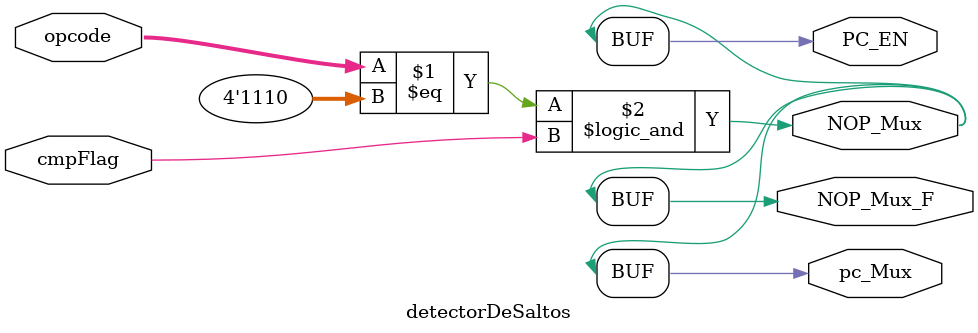
<source format=v>
module detectorDeSaltos (
	input cmpFlag,
	input [3:0] opcode,//Puede ser una salida de la nube de control
	
	output pc_Mux,
	
	output NOP_Mux,
	output NOP_Mux_F,
	
	output PC_EN
	
);

//Este diseño asume el uso del cambio en la organización

assign pc_Mux = ((opcode == 4'b1110) && cmpFlag);
assign NOP_Mux = pc_Mux;
assign NOP_Mux_F = pc_Mux;

//Se debe verificar el funcionamiento de los enable, en este caso un 1 lo apaga
assign PC_EN = pc_Mux;


endmodule 
</source>
